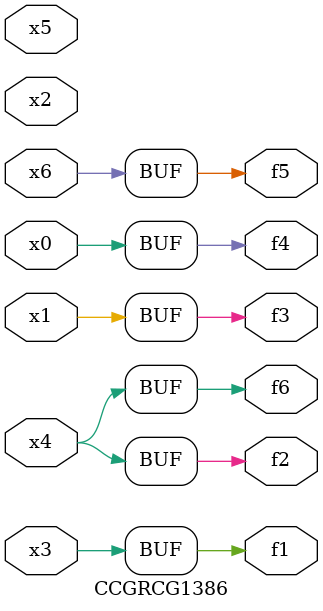
<source format=v>
module CCGRCG1386(
	input x0, x1, x2, x3, x4, x5, x6,
	output f1, f2, f3, f4, f5, f6
);
	assign f1 = x3;
	assign f2 = x4;
	assign f3 = x1;
	assign f4 = x0;
	assign f5 = x6;
	assign f6 = x4;
endmodule

</source>
